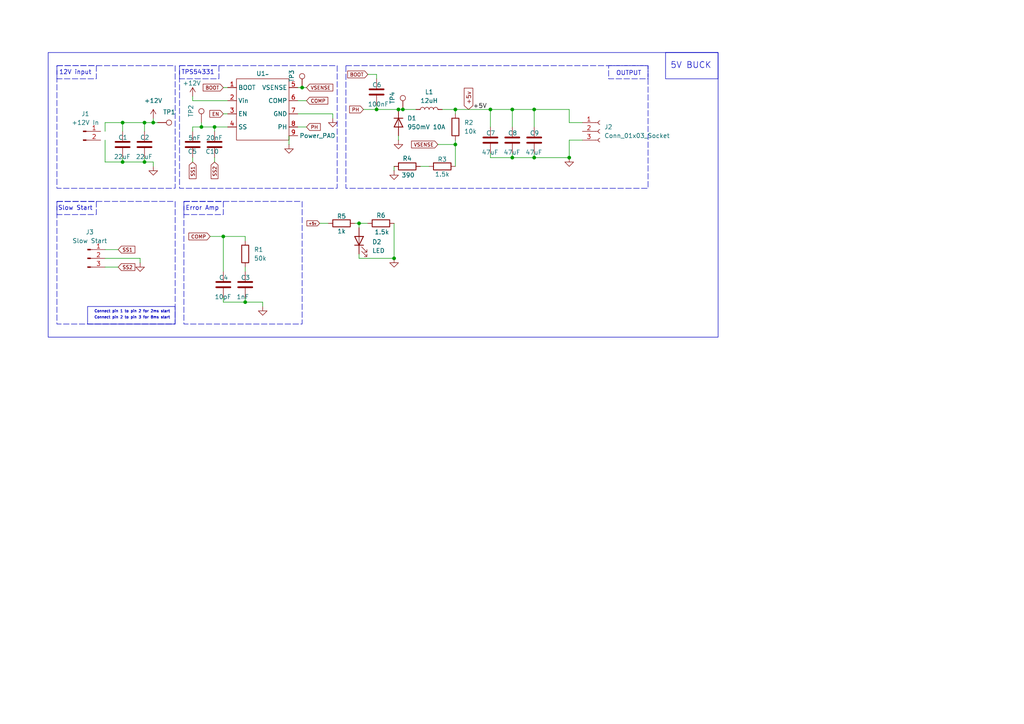
<source format=kicad_sch>
(kicad_sch (version 20250114) (generator "eeschema") (generator_version "9.0")
  (paper "A4")
  (lib_symbols
    (symbol "Connector:Conn_01x02_Pin" (pin_names (offset 1.016) (hide yes))
      (property "Reference" "J" (at 0 2.54 0))
      (property "Value" "Conn_01x02_Pin" (at 0 -5.08 0))
      (symbol "Conn_01x02_Pin_1_1"
        (rectangle (start 0.8636 0.127) (end 0 -0.127) (stroke (width 0.1524)) (fill (type outline)))
        (rectangle (start 0.8636 -2.413) (end 0 -2.667) (stroke (width 0.1524)) (fill (type outline)))
        (polyline (pts (xy 1.27 0) (xy 0.8636 0)) (stroke (width 0.1524)))
        (polyline (pts (xy 1.27 -2.54) (xy 0.8636 -2.54)) (stroke (width 0.1524)))
        (pin passive line (at 5.08 0 180) (length 3.81) (name "Pin_1") (number "1"))
        (pin passive line (at 5.08 -2.54 180) (length 3.81) (name "Pin_2") (number "2"))
      )
    )
    (symbol "Connector:Conn_01x03_Pin" (pin_names (offset 1.016) (hide yes))
      (property "Reference" "J" (at 0 5.08 0))
      (property "Value" "Conn_01x03_Pin" (at 0 -5.08 0))
      (symbol "Conn_01x03_Pin_1_1"
        (rectangle (start 0.8636 2.667) (end 0 2.413) (stroke (width 0.1524)) (fill (type outline)))
        (rectangle (start 0.8636 0.127) (end 0 -0.127) (stroke (width 0.1524)) (fill (type outline)))
        (rectangle (start 0.8636 -2.413) (end 0 -2.667) (stroke (width 0.1524)) (fill (type outline)))
        (polyline (pts (xy 1.27 2.54) (xy 0.8636 2.54)) (stroke (width 0.1524)))
        (polyline (pts (xy 1.27 0) (xy 0.8636 0)) (stroke (width 0.1524)))
        (polyline (pts (xy 1.27 -2.54) (xy 0.8636 -2.54)) (stroke (width 0.1524)))
        (pin passive line (at 5.08 2.54 180) (length 3.81) (name "Pin_1") (number "1"))
        (pin passive line (at 5.08 0 180) (length 3.81) (name "Pin_2") (number "2"))
        (pin passive line (at 5.08 -2.54 180) (length 3.81) (name "Pin_3") (number "3"))
      )
    )
    (symbol "Connector:Conn_01x03_Socket" (pin_names (offset 1.016) (hide yes))
      (property "Reference" "J" (at 0 5.08 0))
      (property "Value" "Conn_01x03_Socket" (at 0 -5.08 0))
      (symbol "Conn_01x03_Socket_1_1"
        (polyline (pts (xy -1.27 2.54) (xy -0.508 2.54)) (stroke (width 0.1524)))
        (polyline (pts (xy -1.27 0) (xy -0.508 0)) (stroke (width 0.1524)))
        (polyline (pts (xy -1.27 -2.54) (xy -0.508 -2.54)) (stroke (width 0.1524)))
        (arc (start 0 2.032) (mid -0.5058 2.54) (end 0 3.048) (stroke (width 0.1524)))
        (arc (start 0 -0.508) (mid -0.5058 0) (end 0 0.508) (stroke (width 0.1524)))
        (arc (start 0 -3.048) (mid -0.5058 -2.54) (end 0 -2.032) (stroke (width 0.1524)))
        (pin passive line (at -5.08 2.54 0) (length 3.81) (name "Pin_1") (number "1"))
        (pin passive line (at -5.08 0 0) (length 3.81) (name "Pin_2") (number "2"))
        (pin passive line (at -5.08 -2.54 0) (length 3.81) (name "Pin_3") (number "3"))
      )
    )
    (symbol "Connector:TestPoint" (pin_numbers (hide yes)) (pin_names (offset 0.762) (hide yes))
      (property "Reference" "TP" (at 0 6.858 0))
      (property "Value" "TestPoint" (at 0 5.08 0))
      (symbol "TestPoint_0_1"
        (circle (center 0 3.302) (radius 0.762))
      )
      (symbol "TestPoint_1_1"
        (pin passive line (at 0 0 90) (length 2.54) (name "1") (number "1"))
      )
    )
    (symbol "Device:C" (pin_numbers (hide yes)) (pin_names (offset 0.254))
      (property "Reference" "C" (at 0.635 2.54 0))
      (property "Value" "C" (at 0.635 -2.54 0))
      (symbol "C_0_1"
        (polyline (pts (xy -2.032 0.762) (xy 2.032 0.762)) (stroke (width 0.508)))
        (polyline (pts (xy -2.032 -0.762) (xy 2.032 -0.762)) (stroke (width 0.508)))
      )
      (symbol "C_1_1"
        (pin passive line (at 0 3.81 270) (length 2.794) (name "~") (number "1"))
        (pin passive line (at 0 -3.81 90) (length 2.794) (name "~") (number "2"))
      )
    )
    (symbol "Device:D" (pin_numbers (hide yes)) (pin_names (offset 1.016) (hide yes))
      (property "Reference" "D" (at 0 2.54 0))
      (property "Value" "D" (at 0 -2.54 0))
      (symbol "D_0_1"
        (polyline (pts (xy -1.27 1.27) (xy -1.27 -1.27)) (stroke (width 0.254)))
        (polyline (pts (xy 1.27 1.27) (xy 1.27 -1.27) (xy -1.27 0) (xy 1.27 1.27)) (stroke (width 0.254)))
        (polyline (pts (xy 1.27 0) (xy -1.27 0)))
      )
      (symbol "D_1_1"
        (pin passive line (at -3.81 0 0) (length 2.54) (name "K") (number "1"))
        (pin passive line (at 3.81 0 180) (length 2.54) (name "A") (number "2"))
      )
    )
    (symbol "Device:L" (pin_numbers (hide yes)) (pin_names (offset 1.016) (hide yes))
      (property "Reference" "L" (at -1.27 0 90))
      (property "Value" "L" (at 1.905 0 90))
      (symbol "L_0_1"
        (arc (start 0 2.54) (mid 0.6323 1.905) (end 0 1.27))
        (arc (start 0 1.27) (mid 0.6323 0.635) (end 0 0))
        (arc (start 0 0) (mid 0.6323 -0.635) (end 0 -1.27))
        (arc (start 0 -1.27) (mid 0.6323 -1.905) (end 0 -2.54))
      )
      (symbol "L_1_1"
        (pin passive line (at 0 3.81 270) (length 1.27) (name "1") (number "1"))
        (pin passive line (at 0 -3.81 90) (length 1.27) (name "2") (number "2"))
      )
    )
    (symbol "Device:LED" (pin_numbers (hide yes)) (pin_names (offset 1.016) (hide yes))
      (property "Reference" "D" (at 0 2.54 0))
      (property "Value" "LED" (at 0 -2.54 0))
      (symbol "LED_0_1"
        (polyline (pts (xy -3.048 -0.762) (xy -4.572 -2.286) (xy -3.81 -2.286) (xy -4.572 -2.286) (xy -4.572 -1.524)))
        (polyline (pts (xy -1.778 -0.762) (xy -3.302 -2.286) (xy -2.54 -2.286) (xy -3.302 -2.286) (xy -3.302 -1.524)))
        (polyline (pts (xy -1.27 0) (xy 1.27 0)))
        (polyline (pts (xy -1.27 -1.27) (xy -1.27 1.27)) (stroke (width 0.254)))
        (polyline (pts (xy 1.27 -1.27) (xy 1.27 1.27) (xy -1.27 0) (xy 1.27 -1.27)) (stroke (width 0.254)))
      )
      (symbol "LED_1_1"
        (pin passive line (at -3.81 0 0) (length 2.54) (name "K") (number "1"))
        (pin passive line (at 3.81 0 180) (length 2.54) (name "A") (number "2"))
      )
    )
    (symbol "Device:R" (pin_numbers (hide yes)) (pin_names (offset 0))
      (property "Reference" "R" (at 2.032 0 90))
      (property "Value" "R" (at 0 0 90))
      (symbol "R_0_1"
        (rectangle (start -1.016 -2.54) (end 1.016 2.54) (stroke (width 0.254)))
      )
      (symbol "R_1_1"
        (pin passive line (at 0 3.81 270) (length 1.27) (name "~") (number "1"))
        (pin passive line (at 0 -3.81 90) (length 1.27) (name "~") (number "2"))
      )
    )
    (symbol "TPS54531:TPS54531"
      (property "Reference" "U" (at 4.064 -0.254 0))
      (symbol "TPS54531_1_1"
        (rectangle (start -3.81 -1.27) (end 11.43 -19.05))
        (pin input line (at -6.35 -3.81 0) (length 2.54) (name "BOOT") (number "1"))
        (pin input line (at -6.35 -7.62 0) (length 2.54) (name "Vin") (number "2"))
        (pin input line (at -6.35 -11.43 0) (length 2.54) (name "EN") (number "3"))
        (pin input line (at -6.35 -15.24 0) (length 2.54) (name "SS") (number "4"))
        (pin input line (at 11.43 -17.78 0) (length 2.54) (name "Power_PAD") (number "9"))
        (pin input line (at 13.97 -3.81 180) (length 2.54) (name "VSENSE") (number "5"))
        (pin input line (at 13.97 -7.62 180) (length 2.54) (name "COMP") (number "6"))
        (pin input line (at 13.97 -11.43 180) (length 2.54) (name "GND") (number "7"))
        (pin input line (at 13.97 -15.24 180) (length 2.54) (name "PH") (number "8"))
      )
    )
    (symbol "power:+12V" (power) (pin_numbers (hide yes)) (pin_names (offset 0) (hide yes))
      (property "Value" "+12V" (at 0 3.556 0))
      (symbol "+12V_0_1"
        (polyline (pts (xy -0.762 1.27) (xy 0 2.54)))
        (polyline (pts (xy 0 2.54) (xy 0.762 1.27)))
        (polyline (pts (xy 0 0) (xy 0 2.54)))
      )
      (symbol "+12V_1_1"
        (pin power_in line (at 0 0 90) (length 0) (name "~") (number "1"))
      )
    )
    (symbol "power:GND" (power) (pin_numbers (hide yes)) (pin_names (offset 0) (hide yes))
      (property "Value" "GND" (at 0 -3.81 0))
      (symbol "GND_0_1"
        (polyline (pts (xy 0 0) (xy 0 -1.27) (xy 1.27 -1.27) (xy 0 -2.54) (xy -1.27 -1.27) (xy 0 -1.27)))
      )
      (symbol "GND_1_1"
        (pin power_in line (at 0 0 270) (length 0) (name "~") (number "1"))
      )
    )
  )
  (rectangle (start 52.07 19.05) (end 97.79 54.61) (stroke (width 0) (type dash)))
  (rectangle (start 16.51 58.42) (end 27.94 62.23) (stroke (width 0) (type dash)))
  (rectangle (start 53.34 58.42) (end 87.63 93.98) (stroke (width 0) (type dash)))
  (rectangle (start 193.04 15.24) (end 208.28 22.86))
  (rectangle (start 16.51 19.05) (end 50.8 54.61) (stroke (width 0) (type dash)))
  (rectangle (start 53.34 58.42) (end 64.77 62.23) (stroke (width 0) (type dash)))
  (rectangle (start 13.97 15.24) (end 208.28 97.79))
  (rectangle (start 16.51 58.42) (end 50.8 93.98) (stroke (width 0) (type dash)))
  (rectangle (start 16.51 19.05) (end 27.94 22.86) (stroke (width 0) (type dash)))
  (rectangle (start 25.4 88.9) (end 50.8 93.98))
  (rectangle (start 176.53 19.05) (end 187.96 22.86) (stroke (width 0) (type dash)))
  (rectangle (start 52.07 19.05) (end 63.5 22.86) (stroke (width 0) (type dash)))
  (rectangle (start 100.33 19.05) (end 187.96 54.61) (stroke (width 0) (type dash)))
  (text "12V input\n" (at 21.844 21.082 0) (effects (font (size 1.27 1.27))))
  (text "Connect pin 2 to pin 3 for 8ms start" (at 38.354 92.202 0) (effects (font (size 0.762 0.762))))
  (text "Error Amp\n" (at 58.674 60.452 0) (effects (font (size 1.27 1.27))))
  (text "OUTPUT\n" (at 182.372 21.336 0) (effects (font (size 1.27 1.27))))
  (text "Slow Start\n" (at 21.844 60.452 0) (effects (font (size 1.27 1.27))))
  (text "TPS54331\n" (at 57.404 21.082 0) (effects (font (size 1.27 1.27))))
  (text "Connect pin 1 to pin 2 for 2ms start" (at 38.354 90.424 0) (effects (font (size 0.762 0.762))))
  (text "5V BUCK\n" (at 200.406 19.05 0) (effects (font (size 1.778 1.778))))
  (junction (at 115.57 31.75))
  (junction (at 58.42 36.83))
  (junction (at 71.12 87.63))
  (junction (at 44.45 35.56))
  (junction (at 41.91 35.56))
  (junction (at 41.91 46.99))
  (junction (at 35.56 35.56))
  (junction (at 62.23 36.83))
  (junction (at 148.59 31.75))
  (junction (at 109.22 31.75))
  (junction (at 35.56 46.99))
  (junction (at 148.59 45.72))
  (junction (at 116.84 31.75))
  (junction (at 64.77 68.58))
  (junction (at 154.94 45.72))
  (junction (at 132.08 31.75))
  (junction (at 154.94 31.75))
  (junction (at 142.24 31.75))
  (junction (at 165.1 45.72))
  (junction (at 114.3 74.93))
  (junction (at 132.08 41.91))
  (junction (at 87.63 25.4))
  (junction (at 104.14 64.77))
  (wire (pts (xy 71.12 87.63) (xy 76.2 87.63)))
  (wire (pts (xy 30.48 46.99) (xy 30.48 40.64)))
  (wire (pts (xy 35.56 35.56) (xy 41.91 35.56)))
  (wire (pts (xy 86.36 25.4) (xy 87.63 25.4)))
  (wire (pts (xy 96.52 33.02) (xy 96.52 34.29)))
  (wire (pts (xy 92.71 64.77) (xy 95.25 64.77)))
  (wire (pts (xy 30.48 35.56) (xy 35.56 35.56)))
  (wire (pts (xy 105.41 31.75) (xy 109.22 31.75)))
  (wire (pts (xy 40.64 74.93) (xy 40.64 76.2)))
  (wire (pts (xy 109.22 21.59) (xy 109.22 22.86)))
  (wire (pts (xy 35.56 35.56) (xy 35.56 38.1)))
  (wire (pts (xy 62.23 36.83) (xy 62.23 38.1)))
  (wire (pts (xy 128.27 31.75) (xy 132.08 31.75)))
  (wire (pts (xy 86.36 36.83) (xy 88.9 36.83)))
  (wire (pts (xy 165.1 31.75) (xy 165.1 35.56)))
  (wire (pts (xy 35.56 45.72) (xy 35.56 46.99)))
  (wire (pts (xy 154.94 31.75) (xy 165.1 31.75)))
  (wire (pts (xy 148.59 31.75) (xy 154.94 31.75)))
  (wire (pts (xy 71.12 68.58) (xy 71.12 69.85)))
  (wire (pts (xy 66.04 29.21) (xy 55.88 29.21)))
  (wire (pts (xy 64.77 86.36) (xy 64.77 87.63)))
  (wire (pts (xy 165.1 45.72) (xy 165.1 40.64)))
  (wire (pts (xy 148.59 45.72) (xy 154.94 45.72)))
  (wire (pts (xy 64.77 87.63) (xy 71.12 87.63)))
  (wire (pts (xy 154.94 31.75) (xy 154.94 36.83)))
  (wire (pts (xy 55.88 36.83) (xy 58.42 36.83)))
  (wire (pts (xy 116.84 31.75) (xy 120.65 31.75)))
  (wire (pts (xy 142.24 45.72) (xy 148.59 45.72)))
  (wire (pts (xy 44.45 35.56) (xy 45.72 35.56)))
  (wire (pts (xy 106.68 21.59) (xy 109.22 21.59)))
  (wire (pts (xy 86.36 33.02) (xy 96.52 33.02)))
  (wire (pts (xy 115.57 39.37) (xy 115.57 40.64)))
  (wire (pts (xy 60.96 68.58) (xy 64.77 68.58)))
  (wire (pts (xy 165.1 35.56) (xy 168.91 35.56)))
  (wire (pts (xy 30.48 38.1) (xy 30.48 35.56)))
  (wire (pts (xy 148.59 31.75) (xy 148.59 36.83)))
  (wire (pts (xy 104.14 73.66) (xy 104.14 74.93)))
  (wire (pts (xy 102.87 64.77) (xy 104.14 64.77)))
  (wire (pts (xy 41.91 35.56) (xy 44.45 35.56)))
  (wire (pts (xy 142.24 31.75) (xy 148.59 31.75)))
  (wire (pts (xy 71.12 87.63) (xy 71.12 86.36)))
  (wire (pts (xy 30.48 72.39) (xy 34.29 72.39)))
  (wire (pts (xy 58.42 36.83) (xy 62.23 36.83)))
  (wire (pts (xy 154.94 45.72) (xy 165.1 45.72)))
  (wire (pts (xy 30.48 77.47) (xy 34.29 77.47)))
  (wire (pts (xy 87.63 25.4) (xy 88.9 25.4)))
  (wire (pts (xy 142.24 44.45) (xy 142.24 45.72)))
  (wire (pts (xy 109.22 31.75) (xy 109.22 30.48)))
  (wire (pts (xy 35.56 46.99) (xy 41.91 46.99)))
  (wire (pts (xy 132.08 40.64) (xy 132.08 41.91)))
  (wire (pts (xy 76.2 87.63) (xy 76.2 88.9)))
  (wire (pts (xy 64.77 68.58) (xy 71.12 68.58)))
  (wire (pts (xy 30.48 74.93) (xy 40.64 74.93)))
  (wire (pts (xy 127 41.91) (xy 132.08 41.91)))
  (wire (pts (xy 44.45 34.29) (xy 44.45 35.56)))
  (wire (pts (xy 62.23 45.72) (xy 62.23 46.99)))
  (wire (pts (xy 104.14 64.77) (xy 106.68 64.77)))
  (wire (pts (xy 132.08 31.75) (xy 142.24 31.75)))
  (wire (pts (xy 41.91 45.72) (xy 41.91 46.99)))
  (wire (pts (xy 121.92 48.26) (xy 124.46 48.26)))
  (wire (pts (xy 30.48 46.99) (xy 35.56 46.99)))
  (wire (pts (xy 64.77 68.58) (xy 64.77 78.74)))
  (wire (pts (xy 148.59 44.45) (xy 148.59 45.72)))
  (wire (pts (xy 58.42 35.56) (xy 58.42 36.83)))
  (wire (pts (xy 154.94 44.45) (xy 154.94 45.72)))
  (wire (pts (xy 66.04 25.4) (xy 64.77 25.4)))
  (wire (pts (xy 104.14 74.93) (xy 114.3 74.93)))
  (wire (pts (xy 132.08 31.75) (xy 132.08 33.02)))
  (wire (pts (xy 44.45 46.99) (xy 44.45 48.26)))
  (wire (pts (xy 55.88 29.21) (xy 55.88 27.94)))
  (wire (pts (xy 86.36 29.21) (xy 88.9 29.21)))
  (wire (pts (xy 41.91 46.99) (xy 44.45 46.99)))
  (wire (pts (xy 55.88 45.72) (xy 55.88 46.99)))
  (wire (pts (xy 55.88 36.83) (xy 55.88 38.1)))
  (wire (pts (xy 114.3 48.26) (xy 114.3 49.53)))
  (wire (pts (xy 115.57 31.75) (xy 116.84 31.75)))
  (wire (pts (xy 114.3 64.77) (xy 114.3 74.93)))
  (wire (pts (xy 109.22 31.75) (xy 115.57 31.75)))
  (wire (pts (xy 142.24 31.75) (xy 142.24 36.83)))
  (wire (pts (xy 132.08 41.91) (xy 132.08 48.26)))
  (wire (pts (xy 62.23 36.83) (xy 66.04 36.83)))
  (wire (pts (xy 64.77 33.02) (xy 66.04 33.02)))
  (wire (pts (xy 41.91 35.56) (xy 41.91 38.1)))
  (wire (pts (xy 83.82 39.37) (xy 83.82 41.91)))
  (wire (pts (xy 71.12 77.47) (xy 71.12 78.74)))
  (wire (pts (xy 104.14 64.77) (xy 104.14 66.04)))
  (wire (pts (xy 165.1 40.64) (xy 168.91 40.64)))
  (label "+5V" (at 137.16 31.75 0))
  (global_label "+5v" (shape input) (at 135.89 31.75 90) (property "Intersheetrefs" "${INTERSHEET_REFS}" (effects (hide yes))))
  (global_label "VSENSE" (shape input) (at 88.9 25.4 0) (effects (font (size 1.016 1.016))) (property "Intersheetrefs" "${INTERSHEET_REFS}" (effects (hide yes))))
  (global_label "BOOT" (shape input) (at 64.77 25.4 180) (effects (font (size 1.016 1.016))) (property "Intersheetrefs" "${INTERSHEET_REFS}" (effects (hide yes))))
  (global_label "PH" (shape input) (at 88.9 36.83 0) (effects (font (size 1.016 1.016))) (property "Intersheetrefs" "${INTERSHEET_REFS}" (effects (hide yes))))
  (global_label "SS2" (shape input) (at 62.23 46.99 270) (effects (font (size 1.016 1.016))) (property "Intersheetrefs" "${INTERSHEET_REFS}" (effects (hide yes))))
  (global_label "SS2" (shape input) (at 34.29 77.47 0) (effects (font (size 1.016 1.016))) (property "Intersheetrefs" "${INTERSHEET_REFS}" (effects (hide yes))))
  (global_label "SS1" (shape input) (at 34.29 72.39 0) (effects (font (size 1.016 1.016))) (property "Intersheetrefs" "${INTERSHEET_REFS}" (effects (hide yes))))
  (global_label "COMP" (shape input) (at 88.9 29.21 0) (effects (font (size 1.016 1.016))) (property "Intersheetrefs" "${INTERSHEET_REFS}" (effects (hide yes))))
  (global_label "PH" (shape input) (at 105.41 31.75 180) (effects (font (size 1.016 1.016))) (property "Intersheetrefs" "${INTERSHEET_REFS}" (effects (hide yes))))
  (global_label "COMP" (shape input) (at 60.96 68.58 180) (effects (font (size 1.016 1.016))) (property "Intersheetrefs" "${INTERSHEET_REFS}" (effects (hide yes))))
  (global_label "EN" (shape input) (at 64.77 33.02 180) (effects (font (size 1.016 1.016))) (property "Intersheetrefs" "${INTERSHEET_REFS}" (effects (hide yes))))
  (global_label "+5v" (shape input) (at 92.71 64.77 180) (effects (font (size 0.762 0.762))) (property "Intersheetrefs" "${INTERSHEET_REFS}" (effects (hide yes))))
  (global_label "VSENSE" (shape input) (at 127 41.91 180) (effects (font (size 1.016 1.016))) (property "Intersheetrefs" "${INTERSHEET_REFS}" (effects (hide yes))))
  (global_label "BOOT" (shape input) (at 106.68 21.59 180) (effects (font (size 1.016 1.016))) (property "Intersheetrefs" "${INTERSHEET_REFS}" (effects (hide yes))))
  (global_label "SS1" (shape input) (at 55.88 46.99 270) (effects (font (size 1.016 1.016))) (property "Intersheetrefs" "${INTERSHEET_REFS}" (effects (hide yes))))
  (symbol (lib_id "Device:C") (at 142.24 40.64 0) (unit 1)
    (property "Reference" "C7" (at 140.97 38.608 0) (effects (justify left)))
    (property "Value" "47uF" (at 139.7 44.196 0) (effects (justify left)))
    (property "Footprint" "Capacitor_SMD:C_0603_1608Metric" (effects (hide yes)))
    (property "Description" "Unpolarized capacitor" (effects (hide yes)))
  )
  (symbol (lib_id "Device:C") (at 55.88 41.91 180) (unit 1)
    (property "Reference" "C5" (at 57.15 43.942 0) (effects (justify left)))
    (property "Value" "5nF" (at 58.2424 39.9937 0) (effects (justify left)))
    (property "Footprint" "Capacitor_SMD:C_0603_1608Metric" (effects (hide yes)))
    (property "Description" "Unpolarized capacitor" (effects (hide yes)))
  )
  (symbol (lib_id "Device:C") (at 62.23 41.91 180) (unit 1)
    (property "Reference" "C10" (at 63.5 43.942 0) (effects (justify left)))
    (property "Value" "20nF" (at 64.5924 39.9937 0) (effects (justify left)))
    (property "Footprint" "Capacitor_SMD:C_0603_1608Metric" (effects (hide yes)))
    (property "Description" "Unpolarized capacitor" (effects (hide yes)))
  )
  (symbol (lib_id "Device:R") (at 132.08 36.83 0) (unit 1)
    (property "Reference" "R2" (at 134.62 35.5599 0) (effects (justify left)))
    (property "Value" "10k" (at 134.62 38.0999 0) (effects (justify left)))
    (property "Footprint" "Resistor_SMD:R_0603_1608Metric" (effects (hide yes)))
    (property "Description" "Resistor" (effects (hide yes)))
  )
  (symbol (lib_id "Connector:Conn_01x03_Pin") (at 25.4 74.93 0) (unit 1)
    (property "Reference" "J3" (at 26.035 67.31 0))
    (property "Value" "Slow Start" (at 26.035 69.85 0))
    (property "Footprint" "Connector_PinHeader_2.54mm:PinHeader_1x03_P2.54mm_Vertical" (effects (hide yes)))
    (property "Description" "Generic connector, single row, 01x03, script generated" (effects (hide yes)))
  )
  (symbol (lib_id "Device:R") (at 71.12 73.66 0) (unit 1)
    (property "Reference" "R1" (at 73.66 72.3899 0) (effects (justify left)))
    (property "Value" "50k" (at 73.66 74.9299 0) (effects (justify left)))
    (property "Footprint" "Resistor_SMD:R_0603_1608Metric" (effects (hide yes)))
    (property "Description" "Resistor" (effects (hide yes)))
  )
  (symbol (lib_id "Device:C") (at 148.59 40.64 0) (unit 1)
    (property "Reference" "C8" (at 147.32 38.608 0) (effects (justify left)))
    (property "Value" "47uF" (at 146.05 44.196 0) (effects (justify left)))
    (property "Footprint" "Capacitor_SMD:C_0603_1608Metric" (effects (hide yes)))
    (property "Description" "Unpolarized capacitor" (effects (hide yes)))
  )
  (symbol (lib_id "power:+12V") (at 55.88 27.94 0) (unit 1)
    (property "Reference" "#PWR03" (effects (hide yes)))
    (property "Value" "+12V" (at 55.626 24.13 0))
    (property "Description" "Power symbol creates a global label with name \"+12V\"" (effects (hide yes)))
  )
  (symbol (lib_id "Connector:TestPoint") (at 87.63 25.4 0) (unit 1)
    (property "Reference" "TP3" (at 84.582 23.876 90) (effects (justify left)))
    (property "Value" "TestPoint" (effects (hide yes)))
    (property "Footprint" "TestPoint:TestPoint_Keystone_5015_Micro-Minature" (effects (hide yes)))
    (property "Description" "test point" (effects (hide yes)))
  )
  (symbol (lib_id "Connector:TestPoint") (at 45.72 35.56 270) (unit 1)
    (property "Reference" "TP1" (at 47.244 32.512 90) (effects (justify left)))
    (property "Value" "TestPoint" (effects (hide yes)))
    (property "Footprint" "TestPoint:TestPoint_Keystone_5015_Micro-Minature" (effects (hide yes)))
    (property "Description" "test point" (effects (hide yes)))
  )
  (symbol (lib_id "Device:C") (at 109.22 26.67 0) (unit 1)
    (property "Reference" "C6" (at 107.95 24.638 0) (effects (justify left)))
    (property "Value" "100nF" (at 106.68 30.226 0) (effects (justify left)))
    (property "Footprint" "Capacitor_SMD:C_0603_1608Metric" (effects (hide yes)))
    (property "Description" "Unpolarized capacitor" (effects (hide yes)))
  )
  (symbol (lib_id "power:+12V") (at 44.45 34.29 0) (unit 1)
    (property "Reference" "#PWR01" (effects (hide yes)))
    (property "Value" "+12V" (at 44.45 29.21 0))
    (property "Description" "Power symbol creates a global label with name \"+12V\"" (effects (hide yes)))
  )
  (symbol (lib_id "power:GND") (at 40.64 76.2 0) (unit 1)
    (property "Reference" "#PWR07" (effects (hide yes)))
    (property "Value" "GND" (effects (hide yes)))
    (property "Description" "Power symbol creates a global label with name \"GND\" , ground" (effects (hide yes)))
  )
  (symbol (lib_id "Device:C") (at 41.91 41.91 0) (unit 1)
    (property "Reference" "C2" (at 40.64 39.878 0) (effects (justify left)))
    (property "Value" "22uF" (at 39.37 45.466 0) (effects (justify left)))
    (property "Footprint" "Capacitor_SMD:C_1210_3225Metric" (effects (hide yes)))
    (property "Description" "Unpolarized capacitor" (effects (hide yes)))
  )
  (symbol (lib_id "power:GND") (at 115.57 40.64 0) (unit 1)
    (property "Reference" "#PWR08" (effects (hide yes)))
    (property "Value" "GND" (effects (hide yes)))
    (property "Description" "Power symbol creates a global label with name \"GND\" , ground" (effects (hide yes)))
  )
  (symbol (lib_id "Device:C") (at 71.12 82.55 0) (unit 1)
    (property "Reference" "C3" (at 69.85 80.518 0) (effects (justify left)))
    (property "Value" "1nF" (at 68.58 86.106 0) (effects (justify left)))
    (property "Footprint" "Capacitor_SMD:C_0603_1608Metric" (effects (hide yes)))
    (property "Description" "Unpolarized capacitor" (effects (hide yes)))
  )
  (symbol (lib_id "Device:R") (at 118.11 48.26 270) (unit 1)
    (property "Reference" "R4" (at 118.11 45.974 90))
    (property "Value" "390" (at 118.364 50.8 90))
    (property "Footprint" "Resistor_SMD:R_0603_1608Metric" (effects (hide yes)))
    (property "Description" "Resistor" (effects (hide yes)))
  )
  (symbol (lib_id "Device:LED") (at 104.14 69.85 90) (unit 1)
    (property "Reference" "D2" (at 107.95 70.1674 90) (effects (justify right)))
    (property "Value" "LED" (at 107.95 72.7074 90) (effects (justify right)))
    (property "Footprint" "LED_SMD:LED_0603_1608Metric_Pad1.05x0.95mm_HandSolder" (effects (hide yes)))
    (property "Description" "Light emitting diode" (effects (hide yes)))
    (property "Sim.Pins" "1=K 2=A" (effects (hide yes)))
  )
  (symbol (lib_id "Device:D") (at 115.57 35.56 270) (unit 1)
    (property "Reference" "D1" (at 118.11 34.2899 90) (effects (justify left)))
    (property "Value" "950mV 10A" (at 118.11 36.8299 90) (effects (justify left)))
    (property "Footprint" "Package_TO_SOT_THT:TO-251-2_Vertical" (effects (hide yes)))
    (property "Description" "Diode" (effects (hide yes)))
    (property "Sim.Device" "D" (effects (hide yes)))
    (property "Sim.Pins" "1=K 2=A" (effects (hide yes)))
  )
  (symbol (lib_id "Device:R") (at 110.49 64.77 270) (unit 1)
    (property "Reference" "R6" (at 110.49 62.484 90))
    (property "Value" "1.5k" (at 110.744 67.31 90))
    (property "Footprint" "Resistor_SMD:R_0603_1608Metric" (effects (hide yes)))
    (property "Description" "Resistor" (effects (hide yes)))
  )
  (symbol (lib_id "power:GND") (at 96.52 34.29 0) (unit 1)
    (property "Reference" "#PWR05" (effects (hide yes)))
    (property "Value" "GND" (effects (hide yes)))
    (property "Description" "Power symbol creates a global label with name \"GND\" , ground" (effects (hide yes)))
  )
  (symbol (lib_id "power:GND") (at 76.2 88.9 0) (unit 1)
    (property "Reference" "#PWR04" (effects (hide yes)))
    (property "Value" "GND" (effects (hide yes)))
    (property "Description" "Power symbol creates a global label with name \"GND\" , ground" (effects (hide yes)))
  )
  (symbol (lib_id "power:GND") (at 44.45 48.26 0) (unit 1)
    (property "Reference" "#PWR02" (effects (hide yes)))
    (property "Value" "GND" (effects (hide yes)))
    (property "Description" "Power symbol creates a global label with name \"GND\" , ground" (effects (hide yes)))
  )
  (symbol (lib_id "power:GND") (at 165.1 45.72 0) (unit 1)
    (property "Reference" "#PWR010" (effects (hide yes)))
    (property "Value" "GND" (effects (hide yes)))
    (property "Description" "Power symbol creates a global label with name \"GND\" , ground" (effects (hide yes)))
  )
  (symbol (lib_id "Device:L") (at 124.46 31.75 90) (unit 1)
    (property "Reference" "L1" (at 124.46 26.67 90))
    (property "Value" "12uH" (at 124.46 29.21 90))
    (property "Footprint" "Inductor_SMD:L_Coilcraft_MSS1278T-XXX" (effects (hide yes)))
    (property "Description" "Inductor" (effects (hide yes)))
  )
  (symbol (lib_id "Device:R") (at 128.27 48.26 90) (unit 1)
    (property "Reference" "R3" (at 128.27 46.228 90))
    (property "Value" "1.5k" (at 128.27 50.546 90))
    (property "Footprint" "Resistor_SMD:R_0603_1608Metric" (effects (hide yes)))
    (property "Description" "Resistor" (effects (hide yes)))
  )
  (symbol (lib_id "Connector:TestPoint") (at 58.42 35.56 0) (unit 1)
    (property "Reference" "TP2" (at 55.372 34.036 90) (effects (justify left)))
    (property "Value" "TestPoint" (effects (hide yes)))
    (property "Footprint" "TestPoint:TestPoint_Keystone_5015_Micro-Minature" (effects (hide yes)))
    (property "Description" "test point" (effects (hide yes)))
  )
  (symbol (lib_id "Device:R") (at 99.06 64.77 90) (unit 1)
    (property "Reference" "R5" (at 99.06 62.738 90))
    (property "Value" "1k" (at 99.06 67.056 90))
    (property "Footprint" "Resistor_SMD:R_0603_1608Metric" (effects (hide yes)))
    (property "Description" "Resistor" (effects (hide yes)))
  )
  (symbol (lib_id "power:GND") (at 114.3 74.93 0) (unit 1)
    (property "Reference" "#PWR011" (effects (hide yes)))
    (property "Value" "GND" (effects (hide yes)))
    (property "Description" "Power symbol creates a global label with name \"GND\" , ground" (effects (hide yes)))
  )
  (symbol (lib_id "power:GND") (at 114.3 49.53 0) (unit 1)
    (property "Reference" "#PWR09" (effects (hide yes)))
    (property "Value" "GND" (effects (hide yes)))
    (property "Description" "Power symbol creates a global label with name \"GND\" , ground" (effects (hide yes)))
  )
  (symbol (lib_id "Device:C") (at 154.94 40.64 0) (unit 1)
    (property "Reference" "C9" (at 153.67 38.608 0) (effects (justify left)))
    (property "Value" "47uF" (at 152.4 44.196 0) (effects (justify left)))
    (property "Footprint" "Capacitor_SMD:C_0603_1608Metric" (effects (hide yes)))
    (property "Description" "Unpolarized capacitor" (effects (hide yes)))
  )
  (symbol (lib_id "Connector:Conn_01x02_Pin") (at 24.13 38.1 0) (unit 1)
    (property "Reference" "J1" (at 24.765 33.02 0))
    (property "Value" "+12V In" (at 24.765 35.56 0))
    (property "Footprint" "Connector_JST:JST_EH_B2B-EH-A_1x02_P2.50mm_Vertical" (effects (hide yes)))
    (property "Description" "Generic connector, single row, 01x02, script generated" (effects (hide yes)))
  )
  (symbol (lib_id "TPS54531:TPS54531") (at 72.39 21.59 0) (unit 1)
    (property "Reference" "U1" (at 75.692 21.336 0))
    (property "Value" "~" (at 77.47 21.59 0))
    (property "Footprint" "Package_SO:TI_SO-PowerPAD-8" (effects (hide yes)))
  )
  (symbol (lib_id "Connector:TestPoint") (at 116.84 31.75 0) (unit 1)
    (property "Reference" "TP4" (at 113.792 30.226 90) (effects (justify left)))
    (property "Value" "TestPoint" (effects (hide yes)))
    (property "Footprint" "TestPoint:TestPoint_Keystone_5015_Micro-Minature" (effects (hide yes)))
    (property "Description" "test point" (effects (hide yes)))
  )
  (symbol (lib_id "Device:C") (at 64.77 82.55 0) (unit 1)
    (property "Reference" "C4" (at 63.5 80.518 0) (effects (justify left)))
    (property "Value" "10pF" (at 62.23 86.106 0) (effects (justify left)))
    (property "Footprint" "Capacitor_SMD:C_0603_1608Metric" (effects (hide yes)))
    (property "Description" "Unpolarized capacitor" (effects (hide yes)))
  )
  (symbol (lib_id "Device:C") (at 35.56 41.91 0) (unit 1)
    (property "Reference" "C1" (at 34.29 39.878 0) (effects (justify left)))
    (property "Value" "22uF" (at 33.02 45.466 0) (effects (justify left)))
    (property "Footprint" "Capacitor_SMD:C_1210_3225Metric" (effects (hide yes)))
    (property "Description" "Unpolarized capacitor" (effects (hide yes)))
  )
  (symbol (lib_id "Connector:Conn_01x03_Socket") (at 173.99 38.1 0) (unit 1)
    (property "Reference" "J2" (at 175.26 36.8299 0) (effects (justify left)))
    (property "Value" "Conn_01x03_Socket" (at 175.26 39.3699 0) (effects (justify left)))
    (property "Footprint" "Connector_JST:JST_EH_B3B-EH-A_1x03_P2.50mm_Vertical" (effects (hide yes)))
    (property "Description" "Generic connector, single row, 01x03, script generated" (effects (hide yes)))
  )
  (symbol (lib_id "power:GND") (at 83.82 41.91 0) (unit 1)
    (property "Reference" "#PWR06" (effects (hide yes)))
    (property "Value" "GND" (effects (hide yes)))
    (property "Description" "Power symbol creates a global label with name \"GND\" , ground" (effects (hide yes)))
  )
)
</source>
